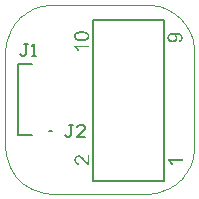
<source format=gto>
G04 Layer_Color=65535*
%FSLAX25Y25*%
%MOIN*%
G70*
G01*
G75*
%ADD12C,0.00050*%
%ADD15C,0.00394*%
%ADD16C,0.00787*%
%ADD17C,0.00787*%
%ADD18C,0.00500*%
G36*
X28000Y9509D02*
X27918D01*
X27867Y9513D01*
X27802Y9522D01*
X27729Y9534D01*
X27656Y9552D01*
X27579Y9577D01*
X27574D01*
X27561Y9582D01*
X27544Y9590D01*
X27523Y9603D01*
X27493Y9616D01*
X27454Y9633D01*
X27415Y9651D01*
X27372Y9676D01*
X27269Y9728D01*
X27161Y9801D01*
X27041Y9883D01*
X26921Y9977D01*
X26916Y9982D01*
X26908Y9990D01*
X26886Y10007D01*
X26865Y10029D01*
X26835Y10059D01*
X26796Y10093D01*
X26753Y10132D01*
X26706Y10179D01*
X26654Y10235D01*
X26598Y10291D01*
X26534Y10360D01*
X26469Y10429D01*
X26400Y10506D01*
X26327Y10588D01*
X26250Y10678D01*
X26173Y10773D01*
Y10777D01*
X26164Y10781D01*
X26142Y10807D01*
X26108Y10850D01*
X26061Y10902D01*
X26005Y10971D01*
X25940Y11044D01*
X25867Y11125D01*
X25790Y11211D01*
X25708Y11302D01*
X25622Y11396D01*
X25536Y11487D01*
X25446Y11577D01*
X25360Y11659D01*
X25274Y11736D01*
X25196Y11805D01*
X25119Y11865D01*
X25115Y11869D01*
X25102Y11878D01*
X25080Y11891D01*
X25054Y11908D01*
X25020Y11930D01*
X24977Y11955D01*
X24934Y11981D01*
X24882Y12007D01*
X24771Y12059D01*
X24646Y12106D01*
X24581Y12123D01*
X24517Y12136D01*
X24453Y12145D01*
X24388Y12149D01*
X24354D01*
X24328Y12145D01*
X24298Y12140D01*
X24259Y12136D01*
X24220Y12127D01*
X24177Y12119D01*
X24078Y12084D01*
X24031Y12067D01*
X23979Y12041D01*
X23928Y12011D01*
X23876Y11977D01*
X23825Y11938D01*
X23777Y11891D01*
X23773Y11886D01*
X23765Y11878D01*
X23756Y11865D01*
X23739Y11844D01*
X23721Y11818D01*
X23700Y11788D01*
X23674Y11753D01*
X23653Y11710D01*
X23631Y11663D01*
X23605Y11611D01*
X23584Y11555D01*
X23567Y11495D01*
X23550Y11435D01*
X23537Y11366D01*
X23532Y11293D01*
X23528Y11216D01*
Y11211D01*
Y11198D01*
Y11173D01*
X23532Y11143D01*
X23537Y11108D01*
X23541Y11065D01*
X23550Y11014D01*
X23562Y10962D01*
X23593Y10850D01*
X23614Y10794D01*
X23640Y10734D01*
X23670Y10678D01*
X23709Y10622D01*
X23747Y10566D01*
X23795Y10515D01*
X23799Y10510D01*
X23808Y10502D01*
X23820Y10489D01*
X23842Y10476D01*
X23872Y10455D01*
X23902Y10433D01*
X23941Y10407D01*
X23984Y10386D01*
X24035Y10360D01*
X24091Y10334D01*
X24151Y10313D01*
X24216Y10295D01*
X24285Y10278D01*
X24362Y10265D01*
X24440Y10257D01*
X24526Y10253D01*
X24461Y9625D01*
X24453D01*
X24431Y9629D01*
X24392Y9633D01*
X24345Y9642D01*
X24289Y9651D01*
X24220Y9668D01*
X24147Y9685D01*
X24066Y9706D01*
X23979Y9736D01*
X23893Y9767D01*
X23803Y9805D01*
X23717Y9853D01*
X23627Y9904D01*
X23545Y9960D01*
X23468Y10029D01*
X23395Y10102D01*
X23390Y10106D01*
X23378Y10124D01*
X23360Y10145D01*
X23339Y10179D01*
X23309Y10222D01*
X23279Y10274D01*
X23244Y10334D01*
X23210Y10403D01*
X23175Y10476D01*
X23141Y10562D01*
X23111Y10657D01*
X23081Y10756D01*
X23059Y10863D01*
X23042Y10979D01*
X23029Y11100D01*
X23025Y11229D01*
Y11237D01*
Y11259D01*
X23029Y11297D01*
Y11345D01*
X23038Y11405D01*
X23046Y11478D01*
X23059Y11555D01*
X23072Y11637D01*
X23094Y11727D01*
X23120Y11818D01*
X23154Y11912D01*
X23193Y12007D01*
X23236Y12101D01*
X23291Y12192D01*
X23352Y12278D01*
X23420Y12359D01*
X23425Y12364D01*
X23438Y12377D01*
X23459Y12398D01*
X23489Y12424D01*
X23528Y12458D01*
X23575Y12493D01*
X23631Y12527D01*
X23691Y12570D01*
X23760Y12609D01*
X23833Y12643D01*
X23915Y12682D01*
X24001Y12712D01*
X24091Y12738D01*
X24190Y12759D01*
X24293Y12772D01*
X24401Y12777D01*
X24453D01*
X24478Y12772D01*
X24513D01*
X24586Y12759D01*
X24676Y12746D01*
X24775Y12725D01*
X24882Y12695D01*
X24990Y12652D01*
X24994D01*
X25003Y12648D01*
X25020Y12639D01*
X25037Y12630D01*
X25067Y12618D01*
X25098Y12600D01*
X25132Y12579D01*
X25171Y12557D01*
X25261Y12501D01*
X25364Y12433D01*
X25476Y12347D01*
X25592Y12248D01*
X25596Y12243D01*
X25605Y12235D01*
X25626Y12218D01*
X25652Y12196D01*
X25682Y12162D01*
X25721Y12123D01*
X25768Y12080D01*
X25820Y12028D01*
X25880Y11964D01*
X25945Y11895D01*
X26018Y11822D01*
X26095Y11736D01*
X26177Y11646D01*
X26267Y11542D01*
X26362Y11435D01*
X26465Y11315D01*
X26469Y11310D01*
X26486Y11289D01*
X26508Y11263D01*
X26538Y11224D01*
X26577Y11181D01*
X26620Y11134D01*
X26667Y11078D01*
X26714Y11022D01*
X26818Y10902D01*
X26921Y10786D01*
X26968Y10734D01*
X27015Y10683D01*
X27054Y10644D01*
X27088Y10609D01*
X27097Y10601D01*
X27114Y10584D01*
X27149Y10554D01*
X27192Y10519D01*
X27239Y10480D01*
X27295Y10437D01*
X27355Y10394D01*
X27415Y10356D01*
Y12785D01*
X28000D01*
Y9509D01*
D02*
G37*
G36*
X56579Y53655D02*
X56656D01*
X56751Y53651D01*
X56854Y53642D01*
X56966Y53634D01*
X57082Y53621D01*
X57207Y53608D01*
X57461Y53573D01*
X57585Y53548D01*
X57706Y53522D01*
X57822Y53487D01*
X57934Y53453D01*
X57938Y53449D01*
X57959Y53444D01*
X57990Y53431D01*
X58024Y53414D01*
X58071Y53393D01*
X58127Y53367D01*
X58187Y53337D01*
X58252Y53298D01*
X58321Y53259D01*
X58389Y53212D01*
X58463Y53161D01*
X58531Y53105D01*
X58600Y53049D01*
X58669Y52980D01*
X58733Y52911D01*
X58789Y52838D01*
X58794Y52834D01*
X58802Y52821D01*
X58815Y52795D01*
X58837Y52765D01*
X58858Y52726D01*
X58880Y52679D01*
X58910Y52627D01*
X58935Y52567D01*
X58961Y52498D01*
X58987Y52425D01*
X59013Y52348D01*
X59034Y52262D01*
X59056Y52176D01*
X59069Y52081D01*
X59077Y51982D01*
X59082Y51884D01*
Y51875D01*
Y51858D01*
X59077Y51828D01*
Y51785D01*
X59073Y51737D01*
X59065Y51677D01*
X59056Y51617D01*
X59043Y51544D01*
X59026Y51471D01*
X59004Y51393D01*
X58978Y51316D01*
X58944Y51234D01*
X58910Y51152D01*
X58867Y51075D01*
X58815Y51002D01*
X58759Y50929D01*
X58755Y50925D01*
X58742Y50912D01*
X58725Y50894D01*
X58699Y50869D01*
X58665Y50843D01*
X58626Y50809D01*
X58579Y50774D01*
X58523Y50735D01*
X58463Y50701D01*
X58394Y50662D01*
X58321Y50624D01*
X58239Y50589D01*
X58153Y50559D01*
X58058Y50529D01*
X57959Y50507D01*
X57852Y50490D01*
X57796Y51075D01*
X57800D01*
X57813Y51079D01*
X57835Y51084D01*
X57865Y51088D01*
X57899Y51097D01*
X57938Y51109D01*
X58028Y51140D01*
X58127Y51174D01*
X58226Y51226D01*
X58321Y51281D01*
X58359Y51316D01*
X58398Y51355D01*
Y51359D01*
X58407Y51363D01*
X58415Y51376D01*
X58428Y51393D01*
X58441Y51415D01*
X58458Y51441D01*
X58488Y51501D01*
X58523Y51578D01*
X58553Y51669D01*
X58574Y51776D01*
X58579Y51832D01*
X58583Y51892D01*
Y51896D01*
Y51905D01*
Y51918D01*
Y51939D01*
X58579Y51965D01*
X58574Y51991D01*
X58566Y52060D01*
X58553Y52137D01*
X58531Y52219D01*
X58501Y52305D01*
X58458Y52387D01*
Y52391D01*
X58454Y52395D01*
X58432Y52421D01*
X58407Y52460D01*
X58368Y52507D01*
X58316Y52563D01*
X58260Y52619D01*
X58192Y52679D01*
X58114Y52731D01*
X58110D01*
X58106Y52735D01*
X58093Y52744D01*
X58075Y52752D01*
X58054Y52765D01*
X58028Y52778D01*
X57998Y52795D01*
X57959Y52812D01*
X57878Y52847D01*
X57779Y52885D01*
X57663Y52924D01*
X57534Y52959D01*
X57529D01*
X57516Y52963D01*
X57499Y52967D01*
X57469Y52971D01*
X57439Y52980D01*
X57396Y52989D01*
X57353Y52997D01*
X57301Y53006D01*
X57250Y53010D01*
X57190Y53019D01*
X57065Y53036D01*
X56932Y53044D01*
X56790Y53049D01*
X56674D01*
X56682Y53040D01*
X56695Y53032D01*
X56717Y53014D01*
X56743Y52997D01*
X56768Y52976D01*
X56837Y52916D01*
X56910Y52847D01*
X56988Y52761D01*
X57065Y52658D01*
X57138Y52546D01*
Y52541D01*
X57147Y52533D01*
X57155Y52516D01*
X57168Y52490D01*
X57181Y52464D01*
X57194Y52425D01*
X57211Y52387D01*
X57228Y52344D01*
X57263Y52240D01*
X57289Y52129D01*
X57310Y52000D01*
X57319Y51866D01*
Y51858D01*
Y51841D01*
X57314Y51806D01*
X57310Y51763D01*
X57306Y51711D01*
X57297Y51651D01*
X57280Y51582D01*
X57263Y51505D01*
X57241Y51428D01*
X57211Y51342D01*
X57173Y51256D01*
X57134Y51170D01*
X57082Y51079D01*
X57022Y50993D01*
X56953Y50907D01*
X56876Y50826D01*
X56871Y50821D01*
X56854Y50809D01*
X56828Y50787D01*
X56794Y50761D01*
X56751Y50727D01*
X56695Y50692D01*
X56631Y50654D01*
X56562Y50615D01*
X56480Y50572D01*
X56390Y50533D01*
X56295Y50499D01*
X56188Y50469D01*
X56076Y50439D01*
X55960Y50417D01*
X55831Y50404D01*
X55698Y50400D01*
X55663D01*
X55625Y50404D01*
X55573Y50409D01*
X55508Y50413D01*
X55435Y50422D01*
X55354Y50439D01*
X55263Y50456D01*
X55169Y50477D01*
X55070Y50507D01*
X54971Y50546D01*
X54868Y50585D01*
X54769Y50637D01*
X54670Y50697D01*
X54575Y50766D01*
X54485Y50843D01*
X54481Y50847D01*
X54463Y50864D01*
X54442Y50890D01*
X54412Y50925D01*
X54378Y50968D01*
X54339Y51019D01*
X54296Y51079D01*
X54253Y51148D01*
X54210Y51226D01*
X54171Y51312D01*
X54132Y51402D01*
X54098Y51501D01*
X54068Y51604D01*
X54046Y51716D01*
X54029Y51832D01*
X54025Y51957D01*
Y51961D01*
Y51978D01*
Y52004D01*
X54029Y52038D01*
X54033Y52081D01*
X54038Y52129D01*
X54046Y52184D01*
X54059Y52249D01*
X54072Y52314D01*
X54089Y52382D01*
X54111Y52455D01*
X54137Y52533D01*
X54167Y52610D01*
X54201Y52688D01*
X54240Y52761D01*
X54287Y52838D01*
X54291Y52842D01*
X54300Y52855D01*
X54313Y52877D01*
X54334Y52903D01*
X54360Y52937D01*
X54395Y52976D01*
X54433Y53019D01*
X54476Y53066D01*
X54524Y53113D01*
X54580Y53165D01*
X54640Y53216D01*
X54709Y53268D01*
X54782Y53315D01*
X54855Y53363D01*
X54941Y53410D01*
X55027Y53449D01*
X55031Y53453D01*
X55048Y53457D01*
X55078Y53470D01*
X55117Y53483D01*
X55164Y53496D01*
X55229Y53518D01*
X55298Y53535D01*
X55379Y53556D01*
X55474Y53573D01*
X55577Y53595D01*
X55693Y53612D01*
X55818Y53625D01*
X55951Y53642D01*
X56098Y53651D01*
X56252Y53655D01*
X56420Y53659D01*
X56510D01*
X56579Y53655D01*
D02*
G37*
G36*
X27900Y48717D02*
X24026D01*
X24030Y48713D01*
X24034Y48708D01*
X24047Y48695D01*
X24060Y48678D01*
X24082Y48652D01*
X24103Y48627D01*
X24129Y48597D01*
X24159Y48562D01*
X24219Y48476D01*
X24292Y48377D01*
X24370Y48265D01*
X24447Y48136D01*
X24451Y48132D01*
X24456Y48119D01*
X24469Y48102D01*
X24482Y48076D01*
X24499Y48046D01*
X24516Y48012D01*
X24542Y47969D01*
X24563Y47926D01*
X24615Y47827D01*
X24666Y47719D01*
X24718Y47607D01*
X24761Y47500D01*
X24172D01*
X24168Y47504D01*
X24159Y47521D01*
X24146Y47552D01*
X24129Y47586D01*
X24107Y47629D01*
X24077Y47681D01*
X24047Y47736D01*
X24009Y47801D01*
X23970Y47870D01*
X23923Y47939D01*
X23824Y48089D01*
X23712Y48244D01*
X23591Y48390D01*
X23587Y48394D01*
X23574Y48407D01*
X23557Y48425D01*
X23531Y48455D01*
X23501Y48485D01*
X23467Y48519D01*
X23424Y48558D01*
X23381Y48601D01*
X23278Y48691D01*
X23166Y48781D01*
X23045Y48863D01*
X22985Y48902D01*
X22925Y48932D01*
Y49327D01*
X27900D01*
Y48717D01*
D02*
G37*
G36*
X59100Y10817D02*
X55226D01*
X55230Y10813D01*
X55234Y10808D01*
X55247Y10795D01*
X55260Y10778D01*
X55282Y10752D01*
X55303Y10727D01*
X55329Y10696D01*
X55359Y10662D01*
X55419Y10576D01*
X55492Y10477D01*
X55570Y10365D01*
X55647Y10236D01*
X55651Y10232D01*
X55656Y10219D01*
X55669Y10202D01*
X55682Y10176D01*
X55699Y10146D01*
X55716Y10112D01*
X55742Y10069D01*
X55763Y10026D01*
X55815Y9927D01*
X55866Y9819D01*
X55918Y9708D01*
X55961Y9600D01*
X55372D01*
X55368Y9604D01*
X55359Y9622D01*
X55346Y9652D01*
X55329Y9686D01*
X55307Y9729D01*
X55277Y9781D01*
X55247Y9837D01*
X55208Y9901D01*
X55170Y9970D01*
X55123Y10039D01*
X55024Y10189D01*
X54912Y10344D01*
X54791Y10490D01*
X54787Y10494D01*
X54774Y10507D01*
X54757Y10525D01*
X54731Y10555D01*
X54701Y10585D01*
X54667Y10619D01*
X54624Y10658D01*
X54581Y10701D01*
X54478Y10791D01*
X54366Y10881D01*
X54245Y10963D01*
X54185Y11002D01*
X54125Y11032D01*
Y11428D01*
X59100D01*
Y10817D01*
D02*
G37*
G36*
X25604Y54118D02*
X25677D01*
X25763Y54113D01*
X25857Y54109D01*
X25961Y54101D01*
X26072Y54092D01*
X26184Y54079D01*
X26421Y54045D01*
X26537Y54027D01*
X26653Y54002D01*
X26765Y53971D01*
X26868Y53941D01*
X26872D01*
X26890Y53933D01*
X26920Y53924D01*
X26954Y53907D01*
X27001Y53890D01*
X27053Y53864D01*
X27109Y53838D01*
X27169Y53808D01*
X27302Y53731D01*
X27440Y53640D01*
X27573Y53529D01*
X27638Y53468D01*
X27694Y53404D01*
X27698Y53400D01*
X27707Y53387D01*
X27719Y53369D01*
X27737Y53339D01*
X27762Y53305D01*
X27784Y53262D01*
X27810Y53215D01*
X27836Y53159D01*
X27866Y53094D01*
X27891Y53030D01*
X27913Y52952D01*
X27934Y52875D01*
X27956Y52789D01*
X27969Y52699D01*
X27977Y52604D01*
X27982Y52505D01*
Y52497D01*
Y52475D01*
X27977Y52436D01*
X27973Y52385D01*
X27964Y52325D01*
X27956Y52256D01*
X27939Y52178D01*
X27917Y52097D01*
X27891Y52006D01*
X27857Y51916D01*
X27818Y51822D01*
X27767Y51727D01*
X27711Y51632D01*
X27642Y51546D01*
X27565Y51460D01*
X27474Y51379D01*
X27466Y51374D01*
X27444Y51357D01*
X27406Y51336D01*
X27354Y51301D01*
X27285Y51267D01*
X27203Y51224D01*
X27104Y51181D01*
X26988Y51134D01*
X26855Y51086D01*
X26709Y51043D01*
X26541Y51000D01*
X26361Y50966D01*
X26262Y50949D01*
X26163Y50936D01*
X26055Y50923D01*
X25943Y50910D01*
X25827Y50901D01*
X25711Y50893D01*
X25587Y50888D01*
X25372D01*
X25311Y50893D01*
X25238D01*
X25152Y50897D01*
X25058Y50906D01*
X24950Y50910D01*
X24843Y50923D01*
X24727Y50931D01*
X24490Y50966D01*
X24374Y50987D01*
X24258Y51009D01*
X24146Y51039D01*
X24043Y51069D01*
X24039Y51073D01*
X24017Y51078D01*
X23991Y51086D01*
X23953Y51103D01*
X23910Y51121D01*
X23858Y51146D01*
X23802Y51172D01*
X23738Y51202D01*
X23604Y51280D01*
X23467Y51370D01*
X23333Y51482D01*
X23273Y51542D01*
X23217Y51607D01*
X23213Y51611D01*
X23204Y51624D01*
X23191Y51645D01*
X23170Y51671D01*
X23148Y51705D01*
X23123Y51748D01*
X23097Y51796D01*
X23071Y51852D01*
X23045Y51916D01*
X23015Y51985D01*
X22994Y52058D01*
X22972Y52135D01*
X22951Y52221D01*
X22938Y52312D01*
X22929Y52406D01*
X22925Y52505D01*
Y52509D01*
Y52522D01*
Y52544D01*
X22929Y52574D01*
Y52608D01*
X22933Y52647D01*
X22938Y52690D01*
X22946Y52742D01*
X22964Y52849D01*
X22994Y52965D01*
X23032Y53086D01*
X23088Y53202D01*
Y53206D01*
X23097Y53215D01*
X23106Y53232D01*
X23118Y53253D01*
X23136Y53279D01*
X23153Y53309D01*
X23204Y53378D01*
X23273Y53460D01*
X23351Y53541D01*
X23445Y53623D01*
X23553Y53701D01*
X23557Y53705D01*
X23566Y53709D01*
X23583Y53718D01*
X23604Y53735D01*
X23634Y53748D01*
X23669Y53769D01*
X23712Y53791D01*
X23759Y53812D01*
X23806Y53838D01*
X23862Y53864D01*
X23927Y53890D01*
X23991Y53916D01*
X24133Y53963D01*
X24288Y54010D01*
X24292D01*
X24309Y54014D01*
X24331Y54019D01*
X24365Y54027D01*
X24413Y54036D01*
X24464Y54045D01*
X24524Y54058D01*
X24598Y54066D01*
X24675Y54075D01*
X24765Y54088D01*
X24860Y54096D01*
X24963Y54105D01*
X25075Y54113D01*
X25195Y54118D01*
X25324Y54122D01*
X25544D01*
X25604Y54118D01*
D02*
G37*
%LPC*%
G36*
X55668Y52984D02*
X55616D01*
X55581Y52980D01*
X55538Y52976D01*
X55487Y52971D01*
X55427Y52963D01*
X55366Y52950D01*
X55233Y52916D01*
X55164Y52894D01*
X55096Y52868D01*
X55027Y52834D01*
X54962Y52795D01*
X54898Y52752D01*
X54838Y52705D01*
X54833Y52701D01*
X54825Y52692D01*
X54808Y52675D01*
X54790Y52653D01*
X54764Y52627D01*
X54739Y52597D01*
X54713Y52559D01*
X54683Y52516D01*
X54653Y52468D01*
X54627Y52417D01*
X54575Y52305D01*
X54558Y52240D01*
X54541Y52176D01*
X54532Y52107D01*
X54528Y52034D01*
Y52030D01*
Y52017D01*
Y51995D01*
X54532Y51965D01*
X54537Y51931D01*
X54545Y51888D01*
X54554Y51845D01*
X54571Y51793D01*
X54588Y51737D01*
X54610Y51681D01*
X54636Y51621D01*
X54666Y51561D01*
X54704Y51501D01*
X54752Y51441D01*
X54799Y51380D01*
X54859Y51324D01*
X54863Y51320D01*
X54876Y51312D01*
X54893Y51299D01*
X54919Y51277D01*
X54954Y51256D01*
X54992Y51230D01*
X55040Y51204D01*
X55091Y51178D01*
X55151Y51148D01*
X55216Y51122D01*
X55285Y51097D01*
X55362Y51075D01*
X55444Y51054D01*
X55530Y51041D01*
X55620Y51032D01*
X55719Y51028D01*
X55766D01*
X55796Y51032D01*
X55840Y51036D01*
X55883Y51045D01*
X55934Y51054D01*
X55994Y51062D01*
X56115Y51097D01*
X56179Y51118D01*
X56244Y51148D01*
X56308Y51178D01*
X56368Y51217D01*
X56433Y51260D01*
X56489Y51312D01*
X56493Y51316D01*
X56502Y51324D01*
X56515Y51342D01*
X56536Y51363D01*
X56558Y51389D01*
X56579Y51423D01*
X56609Y51462D01*
X56635Y51505D01*
X56661Y51557D01*
X56687Y51608D01*
X56712Y51669D01*
X56734Y51729D01*
X56755Y51797D01*
X56768Y51866D01*
X56777Y51939D01*
X56781Y52017D01*
Y52021D01*
Y52034D01*
Y52056D01*
X56777Y52086D01*
X56773Y52124D01*
X56764Y52163D01*
X56755Y52210D01*
X56743Y52262D01*
X56708Y52369D01*
X56687Y52430D01*
X56656Y52486D01*
X56622Y52546D01*
X56583Y52602D01*
X56540Y52658D01*
X56489Y52709D01*
X56485Y52713D01*
X56476Y52722D01*
X56459Y52735D01*
X56433Y52752D01*
X56403Y52774D01*
X56368Y52795D01*
X56325Y52821D01*
X56274Y52847D01*
X56218Y52873D01*
X56158Y52898D01*
X56089Y52920D01*
X56016Y52941D01*
X55938Y52959D01*
X55852Y52971D01*
X55762Y52980D01*
X55668Y52984D01*
D02*
G37*
G36*
X25569Y53494D02*
X25341D01*
X25303Y53490D01*
X25260D01*
X25161Y53486D01*
X25049Y53477D01*
X24929Y53468D01*
X24795Y53460D01*
X24662Y53443D01*
X24524Y53425D01*
X24387Y53400D01*
X24258Y53374D01*
X24133Y53339D01*
X24017Y53301D01*
X23918Y53258D01*
X23871Y53232D01*
X23832Y53206D01*
X23828Y53202D01*
X23815Y53193D01*
X23794Y53176D01*
X23768Y53154D01*
X23738Y53129D01*
X23703Y53094D01*
X23669Y53056D01*
X23630Y53013D01*
X23591Y52961D01*
X23557Y52909D01*
X23523Y52849D01*
X23493Y52789D01*
X23467Y52720D01*
X23445Y52651D01*
X23432Y52574D01*
X23428Y52497D01*
Y52492D01*
Y52479D01*
X23432Y52458D01*
Y52428D01*
X23441Y52393D01*
X23445Y52350D01*
X23458Y52307D01*
X23471Y52256D01*
X23493Y52204D01*
X23514Y52148D01*
X23544Y52092D01*
X23578Y52036D01*
X23617Y51981D01*
X23669Y51929D01*
X23720Y51877D01*
X23785Y51826D01*
X23789Y51822D01*
X23806Y51813D01*
X23836Y51796D01*
X23875Y51779D01*
X23927Y51753D01*
X23991Y51727D01*
X24069Y51701D01*
X24163Y51671D01*
X24271Y51641D01*
X24391Y51615D01*
X24529Y51589D01*
X24679Y51564D01*
X24851Y51546D01*
X25036Y51529D01*
X25135Y51525D01*
X25238Y51521D01*
X25346Y51516D01*
X25574D01*
X25612Y51521D01*
X25655D01*
X25754Y51525D01*
X25866Y51533D01*
X25986Y51542D01*
X26120Y51551D01*
X26253Y51568D01*
X26391Y51585D01*
X26528Y51607D01*
X26657Y51637D01*
X26782Y51667D01*
X26898Y51705D01*
X26997Y51748D01*
X27044Y51774D01*
X27083Y51800D01*
X27087Y51804D01*
X27100Y51813D01*
X27122Y51830D01*
X27143Y51852D01*
X27178Y51877D01*
X27208Y51912D01*
X27246Y51951D01*
X27281Y51994D01*
X27319Y52045D01*
X27358Y52097D01*
X27388Y52157D01*
X27418Y52217D01*
X27444Y52286D01*
X27466Y52355D01*
X27479Y52428D01*
X27483Y52505D01*
Y52509D01*
Y52522D01*
X27479Y52544D01*
X27474Y52574D01*
X27470Y52613D01*
X27461Y52651D01*
X27448Y52699D01*
X27431Y52750D01*
X27410Y52802D01*
X27384Y52858D01*
X27350Y52918D01*
X27311Y52978D01*
X27268Y53034D01*
X27212Y53094D01*
X27152Y53150D01*
X27079Y53206D01*
X27074Y53210D01*
X27057Y53219D01*
X27031Y53232D01*
X26997Y53253D01*
X26950Y53275D01*
X26885Y53296D01*
X26812Y53322D01*
X26726Y53352D01*
X26623Y53378D01*
X26507Y53404D01*
X26373Y53425D01*
X26223Y53451D01*
X26146Y53460D01*
X26060Y53468D01*
X25969Y53477D01*
X25875Y53481D01*
X25780Y53486D01*
X25677Y53490D01*
X25569Y53494D01*
D02*
G37*
%LPD*%
D12*
X62992Y47244D02*
X62961Y48233D01*
X62868Y49218D01*
X62713Y50195D01*
X62497Y51161D01*
X62221Y52110D01*
X61886Y53041D01*
X61493Y53949D01*
X61044Y54831D01*
X60541Y55682D01*
X59984Y56501D01*
X59378Y57282D01*
X58724Y58024D01*
X58024Y58724D01*
X57282Y59378D01*
X56501Y59984D01*
X55682Y60541D01*
X54831Y61044D01*
X53949Y61493D01*
X53041Y61886D01*
X52110Y62221D01*
X51161Y62497D01*
X50195Y62713D01*
X49218Y62868D01*
X48233Y62961D01*
X47244Y62992D01*
X47244Y0D02*
X48233Y31D01*
X49218Y124D01*
X50195Y279D01*
X51161Y495D01*
X52110Y771D01*
X53041Y1106D01*
X53949Y1499D01*
X54831Y1948D01*
X55682Y2451D01*
X56501Y3008D01*
X57282Y3614D01*
X58024Y4268D01*
X58724Y4968D01*
X59378Y5710D01*
X59984Y6492D01*
X60541Y7310D01*
X61044Y8161D01*
X61493Y9043D01*
X61886Y9951D01*
X62221Y10882D01*
X62497Y11832D01*
X62713Y12797D01*
X62868Y13774D01*
X62961Y14759D01*
X62992Y15748D01*
X15748Y62992D02*
X14759Y62961D01*
X13774Y62868D01*
X12797Y62713D01*
X11832Y62497D01*
X10882Y62221D01*
X9951Y61886D01*
X9043Y61493D01*
X8161Y61044D01*
X7310Y60541D01*
X6492Y59984D01*
X5710Y59378D01*
X4968Y58724D01*
X4268Y58024D01*
X3614Y57282D01*
X3008Y56501D01*
X2451Y55682D01*
X1948Y54831D01*
X1499Y53949D01*
X1106Y53041D01*
X771Y52110D01*
X495Y51160D01*
X279Y50195D01*
X124Y49218D01*
X31Y48233D01*
X0Y47244D01*
Y15748D02*
X31Y14759D01*
X124Y13774D01*
X279Y12797D01*
X495Y11832D01*
X771Y10882D01*
X1106Y9951D01*
X1499Y9043D01*
X1948Y8161D01*
X2451Y7310D01*
X3008Y6492D01*
X3614Y5710D01*
X4268Y4968D01*
X4968Y4268D01*
X5710Y3614D01*
X6492Y3008D01*
X7310Y2451D01*
X8161Y1948D01*
X9043Y1499D01*
X9951Y1106D01*
X10882Y771D01*
X11832Y495D01*
X12797Y279D01*
X13774Y124D01*
X14759Y31D01*
X15748Y0D01*
X15748D02*
X47244D01*
X0Y15748D02*
Y47244D01*
X15748Y62992D02*
X47244D01*
X62992Y15748D02*
Y47244D01*
D15*
X62992Y47244D02*
X62961Y48233D01*
X62868Y49218D01*
X62713Y50195D01*
X62497Y51161D01*
X62221Y52110D01*
X61886Y53041D01*
X61493Y53949D01*
X61044Y54831D01*
X60541Y55682D01*
X59984Y56501D01*
X59378Y57282D01*
X58724Y58024D01*
X58024Y58724D01*
X57282Y59378D01*
X56501Y59984D01*
X55682Y60541D01*
X54831Y61044D01*
X53949Y61493D01*
X53041Y61886D01*
X52110Y62221D01*
X51161Y62497D01*
X50195Y62713D01*
X49218Y62868D01*
X48233Y62961D01*
X47244Y62992D01*
X47244Y0D02*
X48233Y31D01*
X49218Y124D01*
X50195Y279D01*
X51161Y495D01*
X52110Y771D01*
X53041Y1106D01*
X53949Y1499D01*
X54831Y1948D01*
X55682Y2451D01*
X56501Y3008D01*
X57282Y3614D01*
X58024Y4268D01*
X58724Y4968D01*
X59378Y5710D01*
X59984Y6492D01*
X60541Y7310D01*
X61044Y8161D01*
X61493Y9043D01*
X61886Y9951D01*
X62221Y10882D01*
X62497Y11832D01*
X62713Y12797D01*
X62868Y13774D01*
X62961Y14759D01*
X62992Y15748D01*
X15748Y62992D02*
X14759Y62961D01*
X13774Y62868D01*
X12797Y62713D01*
X11832Y62497D01*
X10882Y62221D01*
X9951Y61886D01*
X9043Y61493D01*
X8161Y61044D01*
X7310Y60541D01*
X6492Y59984D01*
X5710Y59378D01*
X4968Y58724D01*
X4268Y58024D01*
X3614Y57282D01*
X3008Y56501D01*
X2451Y55682D01*
X1948Y54831D01*
X1499Y53949D01*
X1106Y53041D01*
X771Y52110D01*
X495Y51160D01*
X279Y50195D01*
X124Y49218D01*
X31Y48233D01*
X0Y47244D01*
Y15748D02*
X31Y14759D01*
X124Y13774D01*
X279Y12797D01*
X495Y11832D01*
X771Y10882D01*
X1106Y9951D01*
X1499Y9043D01*
X1948Y8161D01*
X2451Y7310D01*
X3008Y6492D01*
X3614Y5710D01*
X4268Y4968D01*
X4968Y4268D01*
X5710Y3614D01*
X6492Y3008D01*
X7310Y2451D01*
X8161Y1948D01*
X9043Y1499D01*
X9951Y1106D01*
X10882Y771D01*
X11832Y495D01*
X12797Y279D01*
X13774Y124D01*
X14759Y31D01*
X15748Y0D01*
X15748D02*
X47244D01*
X0Y15748D02*
Y47244D01*
X15748Y62992D02*
X47244D01*
X62992Y15748D02*
Y47244D01*
D16*
X15494Y20816D02*
X14706D01*
X15494D01*
X22624Y22936D02*
X21312D01*
X21968D01*
Y19656D01*
X21312Y19000D01*
X20656D01*
X20000Y19656D01*
X26560Y19000D02*
X23936D01*
X26560Y21624D01*
Y22280D01*
X25904Y22936D01*
X24592D01*
X23936Y22280D01*
X7624Y49936D02*
X6312D01*
X6968D01*
Y46656D01*
X6312Y46000D01*
X5656D01*
X5000Y46656D01*
X8936Y46000D02*
X10248D01*
X9592D01*
Y49936D01*
X8936Y49280D01*
D17*
X29228Y4228D02*
Y57772D01*
X52772D01*
Y4228D02*
Y57772D01*
X29228Y4228D02*
X52772D01*
D18*
X4300Y19416D02*
Y43216D01*
Y19416D02*
X8900D01*
X4300Y43216D02*
X9000D01*
M02*

</source>
